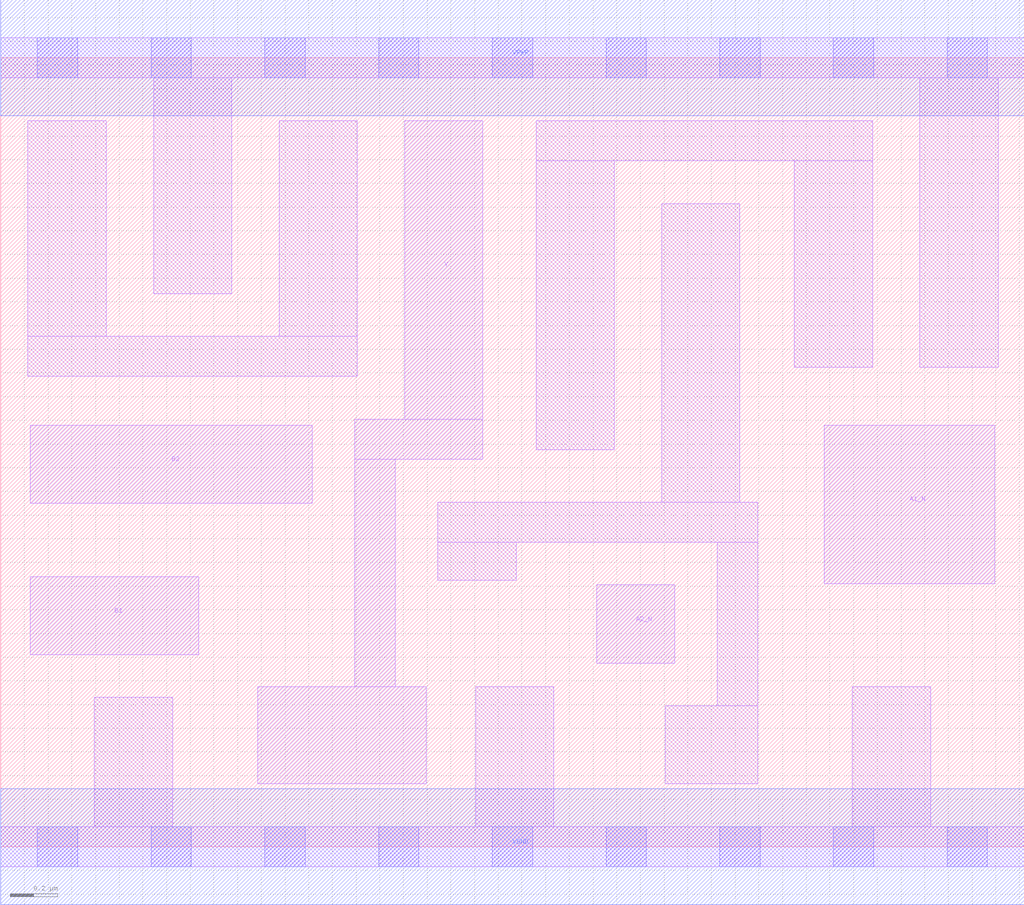
<source format=lef>
# Copyright 2020 The SkyWater PDK Authors
#
# Licensed under the Apache License, Version 2.0 (the "License");
# you may not use this file except in compliance with the License.
# You may obtain a copy of the License at
#
#     https://www.apache.org/licenses/LICENSE-2.0
#
# Unless required by applicable law or agreed to in writing, software
# distributed under the License is distributed on an "AS IS" BASIS,
# WITHOUT WARRANTIES OR CONDITIONS OF ANY KIND, either express or implied.
# See the License for the specific language governing permissions and
# limitations under the License.
#
# SPDX-License-Identifier: Apache-2.0

VERSION 5.7 ;
  NAMESCASESENSITIVE ON ;
  NOWIREEXTENSIONATPIN ON ;
  DIVIDERCHAR "/" ;
  BUSBITCHARS "[]" ;
UNITS
  DATABASE MICRONS 200 ;
END UNITS
MACRO sky130_fd_sc_lp__a2bb2oi_lp
  CLASS CORE ;
  SOURCE USER ;
  FOREIGN sky130_fd_sc_lp__a2bb2oi_lp ;
  ORIGIN  0.000000  0.000000 ;
  SIZE  4.320000 BY  3.330000 ;
  SYMMETRY X Y R90 ;
  SITE unit ;
  PIN A1_N
    ANTENNAGATEAREA  0.376000 ;
    DIRECTION INPUT ;
    USE SIGNAL ;
    PORT
      LAYER li1 ;
        RECT 3.475000 1.110000 4.195000 1.780000 ;
    END
  END A1_N
  PIN A2_N
    ANTENNAGATEAREA  0.376000 ;
    DIRECTION INPUT ;
    USE SIGNAL ;
    PORT
      LAYER li1 ;
        RECT 2.515000 0.775000 2.845000 1.105000 ;
    END
  END A2_N
  PIN B1
    ANTENNAGATEAREA  0.313000 ;
    DIRECTION INPUT ;
    USE SIGNAL ;
    PORT
      LAYER li1 ;
        RECT 0.125000 0.810000 0.835000 1.140000 ;
    END
  END B1
  PIN B2
    ANTENNAGATEAREA  0.313000 ;
    DIRECTION INPUT ;
    USE SIGNAL ;
    PORT
      LAYER li1 ;
        RECT 0.125000 1.450000 1.315000 1.780000 ;
    END
  END B2
  PIN Y
    ANTENNADIFFAREA  0.397600 ;
    DIRECTION OUTPUT ;
    USE SIGNAL ;
    PORT
      LAYER li1 ;
        RECT 1.085000 0.265000 1.795000 0.675000 ;
        RECT 1.495000 0.675000 1.665000 1.635000 ;
        RECT 1.495000 1.635000 2.035000 1.805000 ;
        RECT 1.705000 1.805000 2.035000 3.065000 ;
    END
  END Y
  PIN VGND
    DIRECTION INOUT ;
    USE GROUND ;
    PORT
      LAYER met1 ;
        RECT 0.000000 -0.245000 4.320000 0.245000 ;
    END
  END VGND
  PIN VPWR
    DIRECTION INOUT ;
    USE POWER ;
    PORT
      LAYER met1 ;
        RECT 0.000000 3.085000 4.320000 3.575000 ;
    END
  END VPWR
  OBS
    LAYER li1 ;
      RECT 0.000000 -0.085000 4.320000 0.085000 ;
      RECT 0.000000  3.245000 4.320000 3.415000 ;
      RECT 0.115000  1.985000 1.505000 2.155000 ;
      RECT 0.115000  2.155000 0.445000 3.065000 ;
      RECT 0.395000  0.085000 0.725000 0.630000 ;
      RECT 0.645000  2.335000 0.975000 3.245000 ;
      RECT 1.175000  2.155000 1.505000 3.065000 ;
      RECT 1.845000  1.125000 2.175000 1.285000 ;
      RECT 1.845000  1.285000 3.195000 1.455000 ;
      RECT 2.005000  0.085000 2.335000 0.675000 ;
      RECT 2.260000  1.675000 2.590000 2.895000 ;
      RECT 2.260000  2.895000 3.680000 3.065000 ;
      RECT 2.790000  1.455000 3.120000 2.715000 ;
      RECT 2.805000  0.265000 3.195000 0.595000 ;
      RECT 3.025000  0.595000 3.195000 1.285000 ;
      RECT 3.350000  2.025000 3.680000 2.895000 ;
      RECT 3.595000  0.085000 3.925000 0.675000 ;
      RECT 3.880000  2.025000 4.210000 3.245000 ;
    LAYER mcon ;
      RECT 0.155000 -0.085000 0.325000 0.085000 ;
      RECT 0.155000  3.245000 0.325000 3.415000 ;
      RECT 0.635000 -0.085000 0.805000 0.085000 ;
      RECT 0.635000  3.245000 0.805000 3.415000 ;
      RECT 1.115000 -0.085000 1.285000 0.085000 ;
      RECT 1.115000  3.245000 1.285000 3.415000 ;
      RECT 1.595000 -0.085000 1.765000 0.085000 ;
      RECT 1.595000  3.245000 1.765000 3.415000 ;
      RECT 2.075000 -0.085000 2.245000 0.085000 ;
      RECT 2.075000  3.245000 2.245000 3.415000 ;
      RECT 2.555000 -0.085000 2.725000 0.085000 ;
      RECT 2.555000  3.245000 2.725000 3.415000 ;
      RECT 3.035000 -0.085000 3.205000 0.085000 ;
      RECT 3.035000  3.245000 3.205000 3.415000 ;
      RECT 3.515000 -0.085000 3.685000 0.085000 ;
      RECT 3.515000  3.245000 3.685000 3.415000 ;
      RECT 3.995000 -0.085000 4.165000 0.085000 ;
      RECT 3.995000  3.245000 4.165000 3.415000 ;
  END
END sky130_fd_sc_lp__a2bb2oi_lp

</source>
